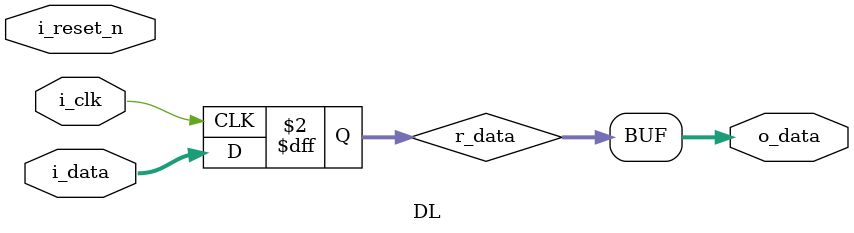
<source format=v>

module DL(
    input i_clk,
    /* verilator lint_off UNUSED */
    input i_reset_n,
    /* verilator lint_on UNUSED */

    input [7:0] i_data,
    output [7:0] o_data
);

reg [7:0] r_data;


always @(negedge i_clk)
begin
    r_data <= i_data;
end

assign o_data = r_data;

endmodule


</source>
